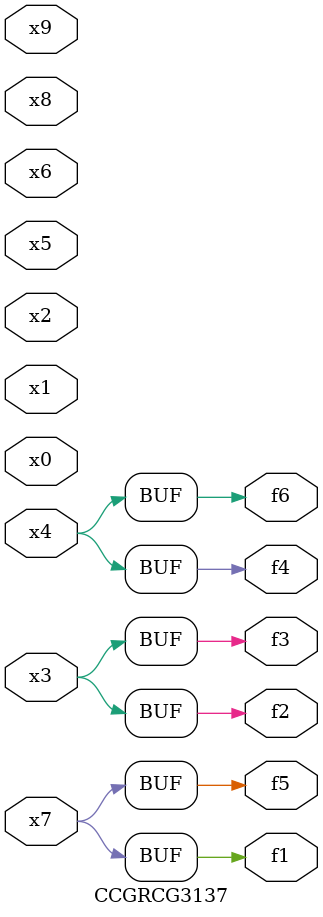
<source format=v>
module CCGRCG3137(
	input x0, x1, x2, x3, x4, x5, x6, x7, x8, x9,
	output f1, f2, f3, f4, f5, f6
);
	assign f1 = x7;
	assign f2 = x3;
	assign f3 = x3;
	assign f4 = x4;
	assign f5 = x7;
	assign f6 = x4;
endmodule

</source>
